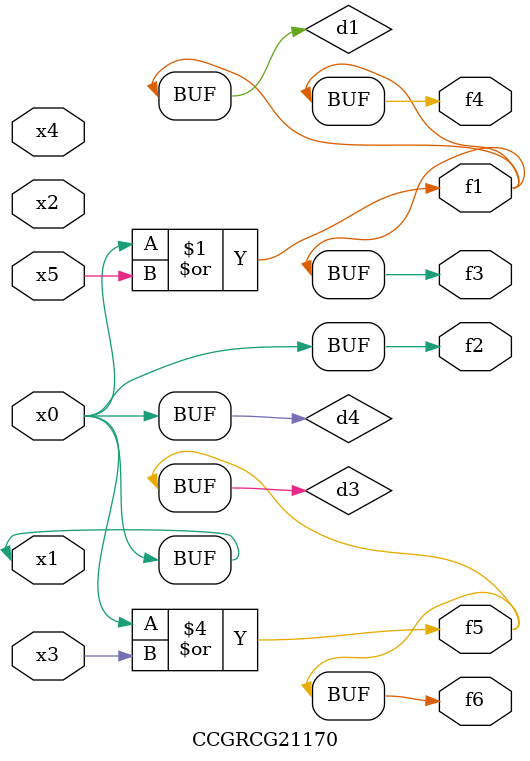
<source format=v>
module CCGRCG21170(
	input x0, x1, x2, x3, x4, x5,
	output f1, f2, f3, f4, f5, f6
);

	wire d1, d2, d3, d4;

	or (d1, x0, x5);
	xnor (d2, x1, x4);
	or (d3, x0, x3);
	buf (d4, x0, x1);
	assign f1 = d1;
	assign f2 = d4;
	assign f3 = d1;
	assign f4 = d1;
	assign f5 = d3;
	assign f6 = d3;
endmodule

</source>
